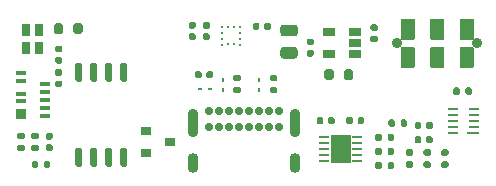
<source format=gts>
G04 #@! TF.GenerationSoftware,KiCad,Pcbnew,(5.1.9-0-10_14)*
G04 #@! TF.CreationDate,2025-05-13T11:21:21-05:00*
G04 #@! TF.ProjectId,DTYF Beta,44545946-2042-4657-9461-2e6b69636164,rev?*
G04 #@! TF.SameCoordinates,Original*
G04 #@! TF.FileFunction,Soldermask,Top*
G04 #@! TF.FilePolarity,Negative*
%FSLAX46Y46*%
G04 Gerber Fmt 4.6, Leading zero omitted, Abs format (unit mm)*
G04 Created by KiCad (PCBNEW (5.1.9-0-10_14)) date 2025-05-13 11:21:21*
%MOMM*%
%LPD*%
G01*
G04 APERTURE LIST*
%ADD10R,1.092200X0.254000*%
%ADD11R,0.965200X0.254000*%
%ADD12R,0.279400X0.254000*%
%ADD13R,0.254000X0.279400*%
%ADD14R,0.812800X0.254000*%
%ADD15R,1.752600X2.489200*%
%ADD16C,0.900000*%
%ADD17C,0.700000*%
%ADD18O,0.900000X2.400000*%
%ADD19O,0.900000X1.700000*%
%ADD20R,0.800000X1.000000*%
%ADD21R,0.812800X0.838200*%
%ADD22R,0.812800X0.355600*%
%ADD23R,0.900000X0.800000*%
%ADD24R,1.060000X0.650000*%
%ADD25R,0.360000X0.250000*%
%ADD26R,0.250000X0.360000*%
G04 APERTURE END LIST*
D10*
X160012800Y-100700001D03*
D11*
X160076300Y-100199999D03*
X160076300Y-99700000D03*
X160076300Y-99200001D03*
X160076300Y-98699999D03*
X158323700Y-98699999D03*
X158323700Y-99200001D03*
X158323700Y-99700000D03*
X158323700Y-100199999D03*
X158323700Y-100700001D03*
D12*
X140236600Y-93250189D03*
X140236600Y-92750063D03*
X140236600Y-92249937D03*
X140236600Y-91749811D03*
D13*
X139750063Y-91763400D03*
X139249937Y-91763400D03*
D12*
X138763400Y-91749811D03*
X138763400Y-92249937D03*
X138763400Y-92750063D03*
X138763400Y-93250189D03*
D13*
X139249937Y-93236600D03*
X139750063Y-93236600D03*
G36*
G01*
X149800000Y-99530000D02*
X149800000Y-99870000D01*
G75*
G02*
X149660000Y-100010000I-140000J0D01*
G01*
X149380000Y-100010000D01*
G75*
G02*
X149240000Y-99870000I0J140000D01*
G01*
X149240000Y-99530000D01*
G75*
G02*
X149380000Y-99390000I140000J0D01*
G01*
X149660000Y-99390000D01*
G75*
G02*
X149800000Y-99530000I0J-140000D01*
G01*
G37*
G36*
G01*
X150760000Y-99530000D02*
X150760000Y-99870000D01*
G75*
G02*
X150620000Y-100010000I-140000J0D01*
G01*
X150340000Y-100010000D01*
G75*
G02*
X150200000Y-99870000I0J140000D01*
G01*
X150200000Y-99530000D01*
G75*
G02*
X150340000Y-99390000I140000J0D01*
G01*
X150620000Y-99390000D01*
G75*
G02*
X150760000Y-99530000I0J-140000D01*
G01*
G37*
D14*
X147403000Y-101099999D03*
X147403000Y-101600001D03*
X147403000Y-102100000D03*
X147403000Y-102599999D03*
X147403000Y-103100001D03*
X150197000Y-103100001D03*
X150197000Y-102599999D03*
X150197000Y-102100000D03*
X150197000Y-101600001D03*
X150197000Y-101099999D03*
D15*
X148800000Y-102100000D03*
G36*
G01*
X126745000Y-96400000D02*
X126445000Y-96400000D01*
G75*
G02*
X126295000Y-96250000I0J150000D01*
G01*
X126295000Y-94950000D01*
G75*
G02*
X126445000Y-94800000I150000J0D01*
G01*
X126745000Y-94800000D01*
G75*
G02*
X126895000Y-94950000I0J-150000D01*
G01*
X126895000Y-96250000D01*
G75*
G02*
X126745000Y-96400000I-150000J0D01*
G01*
G37*
G36*
G01*
X128015000Y-96400000D02*
X127715000Y-96400000D01*
G75*
G02*
X127565000Y-96250000I0J150000D01*
G01*
X127565000Y-94950000D01*
G75*
G02*
X127715000Y-94800000I150000J0D01*
G01*
X128015000Y-94800000D01*
G75*
G02*
X128165000Y-94950000I0J-150000D01*
G01*
X128165000Y-96250000D01*
G75*
G02*
X128015000Y-96400000I-150000J0D01*
G01*
G37*
G36*
G01*
X129285000Y-96400000D02*
X128985000Y-96400000D01*
G75*
G02*
X128835000Y-96250000I0J150000D01*
G01*
X128835000Y-94950000D01*
G75*
G02*
X128985000Y-94800000I150000J0D01*
G01*
X129285000Y-94800000D01*
G75*
G02*
X129435000Y-94950000I0J-150000D01*
G01*
X129435000Y-96250000D01*
G75*
G02*
X129285000Y-96400000I-150000J0D01*
G01*
G37*
G36*
G01*
X130555000Y-96400000D02*
X130255000Y-96400000D01*
G75*
G02*
X130105000Y-96250000I0J150000D01*
G01*
X130105000Y-94950000D01*
G75*
G02*
X130255000Y-94800000I150000J0D01*
G01*
X130555000Y-94800000D01*
G75*
G02*
X130705000Y-94950000I0J-150000D01*
G01*
X130705000Y-96250000D01*
G75*
G02*
X130555000Y-96400000I-150000J0D01*
G01*
G37*
G36*
G01*
X130555000Y-103600000D02*
X130255000Y-103600000D01*
G75*
G02*
X130105000Y-103450000I0J150000D01*
G01*
X130105000Y-102150000D01*
G75*
G02*
X130255000Y-102000000I150000J0D01*
G01*
X130555000Y-102000000D01*
G75*
G02*
X130705000Y-102150000I0J-150000D01*
G01*
X130705000Y-103450000D01*
G75*
G02*
X130555000Y-103600000I-150000J0D01*
G01*
G37*
G36*
G01*
X129285000Y-103600000D02*
X128985000Y-103600000D01*
G75*
G02*
X128835000Y-103450000I0J150000D01*
G01*
X128835000Y-102150000D01*
G75*
G02*
X128985000Y-102000000I150000J0D01*
G01*
X129285000Y-102000000D01*
G75*
G02*
X129435000Y-102150000I0J-150000D01*
G01*
X129435000Y-103450000D01*
G75*
G02*
X129285000Y-103600000I-150000J0D01*
G01*
G37*
G36*
G01*
X128015000Y-103600000D02*
X127715000Y-103600000D01*
G75*
G02*
X127565000Y-103450000I0J150000D01*
G01*
X127565000Y-102150000D01*
G75*
G02*
X127715000Y-102000000I150000J0D01*
G01*
X128015000Y-102000000D01*
G75*
G02*
X128165000Y-102150000I0J-150000D01*
G01*
X128165000Y-103450000D01*
G75*
G02*
X128015000Y-103600000I-150000J0D01*
G01*
G37*
G36*
G01*
X126745000Y-103600000D02*
X126445000Y-103600000D01*
G75*
G02*
X126295000Y-103450000I0J150000D01*
G01*
X126295000Y-102150000D01*
G75*
G02*
X126445000Y-102000000I150000J0D01*
G01*
X126745000Y-102000000D01*
G75*
G02*
X126895000Y-102150000I0J-150000D01*
G01*
X126895000Y-103450000D01*
G75*
G02*
X126745000Y-103600000I-150000J0D01*
G01*
G37*
G36*
G01*
X160052000Y-93550000D02*
X160052000Y-95150000D01*
G75*
G02*
X159950000Y-95252000I-102000J0D01*
G01*
X158950000Y-95252000D01*
G75*
G02*
X158848000Y-95150000I0J102000D01*
G01*
X158848000Y-93550000D01*
G75*
G02*
X158950000Y-93448000I102000J0D01*
G01*
X159950000Y-93448000D01*
G75*
G02*
X160052000Y-93550000I0J-102000D01*
G01*
G37*
G36*
G01*
X157552000Y-93550000D02*
X157552000Y-95150000D01*
G75*
G02*
X157450000Y-95252000I-102000J0D01*
G01*
X156450000Y-95252000D01*
G75*
G02*
X156348000Y-95150000I0J102000D01*
G01*
X156348000Y-93550000D01*
G75*
G02*
X156450000Y-93448000I102000J0D01*
G01*
X157450000Y-93448000D01*
G75*
G02*
X157552000Y-93550000I0J-102000D01*
G01*
G37*
G36*
G01*
X155052000Y-93550000D02*
X155052000Y-95150000D01*
G75*
G02*
X154950000Y-95252000I-102000J0D01*
G01*
X153950000Y-95252000D01*
G75*
G02*
X153848000Y-95150000I0J102000D01*
G01*
X153848000Y-93550000D01*
G75*
G02*
X153950000Y-93448000I102000J0D01*
G01*
X154950000Y-93448000D01*
G75*
G02*
X155052000Y-93550000I0J-102000D01*
G01*
G37*
G36*
G01*
X155052000Y-91150000D02*
X155052000Y-92750000D01*
G75*
G02*
X154950000Y-92852000I-102000J0D01*
G01*
X153950000Y-92852000D01*
G75*
G02*
X153848000Y-92750000I0J102000D01*
G01*
X153848000Y-91150000D01*
G75*
G02*
X153950000Y-91048000I102000J0D01*
G01*
X154950000Y-91048000D01*
G75*
G02*
X155052000Y-91150000I0J-102000D01*
G01*
G37*
G36*
G01*
X157552000Y-91150000D02*
X157552000Y-92750000D01*
G75*
G02*
X157450000Y-92852000I-102000J0D01*
G01*
X156450000Y-92852000D01*
G75*
G02*
X156348000Y-92750000I0J102000D01*
G01*
X156348000Y-91150000D01*
G75*
G02*
X156450000Y-91048000I102000J0D01*
G01*
X157450000Y-91048000D01*
G75*
G02*
X157552000Y-91150000I0J-102000D01*
G01*
G37*
G36*
G01*
X160052000Y-91150000D02*
X160052000Y-92750000D01*
G75*
G02*
X159950000Y-92852000I-102000J0D01*
G01*
X158950000Y-92852000D01*
G75*
G02*
X158848000Y-92750000I0J102000D01*
G01*
X158848000Y-91150000D01*
G75*
G02*
X158950000Y-91048000I102000J0D01*
G01*
X159950000Y-91048000D01*
G75*
G02*
X160052000Y-91150000I0J-102000D01*
G01*
G37*
D16*
X160350000Y-93150000D03*
X153550000Y-93150000D03*
G36*
G01*
X155600000Y-101130000D02*
X155600000Y-101470000D01*
G75*
G02*
X155460000Y-101610000I-140000J0D01*
G01*
X155180000Y-101610000D01*
G75*
G02*
X155040000Y-101470000I0J140000D01*
G01*
X155040000Y-101130000D01*
G75*
G02*
X155180000Y-100990000I140000J0D01*
G01*
X155460000Y-100990000D01*
G75*
G02*
X155600000Y-101130000I0J-140000D01*
G01*
G37*
G36*
G01*
X156560000Y-101130000D02*
X156560000Y-101470000D01*
G75*
G02*
X156420000Y-101610000I-140000J0D01*
G01*
X156140000Y-101610000D01*
G75*
G02*
X156000000Y-101470000I0J140000D01*
G01*
X156000000Y-101130000D01*
G75*
G02*
X156140000Y-100990000I140000J0D01*
G01*
X156420000Y-100990000D01*
G75*
G02*
X156560000Y-101130000I0J-140000D01*
G01*
G37*
D17*
X137600000Y-98900000D03*
X138450000Y-98900000D03*
X139300000Y-98900000D03*
X140150000Y-98900000D03*
X141000000Y-98900000D03*
X141850000Y-98900000D03*
X142700000Y-98900000D03*
X143550000Y-98900000D03*
X138450000Y-100250000D03*
X140150000Y-100250000D03*
X139300000Y-100250000D03*
X137600000Y-100250000D03*
X141850000Y-100250000D03*
X142700000Y-100250000D03*
X143550000Y-100250000D03*
X141000000Y-100250000D03*
D18*
X136250000Y-99880000D03*
X144900000Y-99880000D03*
D19*
X136250000Y-103260000D03*
X144900000Y-103260000D03*
D20*
X123250000Y-92050000D03*
X123250000Y-93550000D03*
X122150000Y-93550000D03*
X122150000Y-92050000D03*
D21*
X121699999Y-99162000D03*
D22*
X121699999Y-98023000D03*
X121699999Y-97417000D03*
X121699999Y-96327000D03*
X121699999Y-95691000D03*
X123700001Y-96583000D03*
X123700001Y-97268000D03*
X123700001Y-97953000D03*
X123700001Y-98638000D03*
X123700001Y-99323000D03*
G36*
G01*
X123930000Y-100740000D02*
X124270000Y-100740000D01*
G75*
G02*
X124410000Y-100880000I0J-140000D01*
G01*
X124410000Y-101160000D01*
G75*
G02*
X124270000Y-101300000I-140000J0D01*
G01*
X123930000Y-101300000D01*
G75*
G02*
X123790000Y-101160000I0J140000D01*
G01*
X123790000Y-100880000D01*
G75*
G02*
X123930000Y-100740000I140000J0D01*
G01*
G37*
G36*
G01*
X123930000Y-101700000D02*
X124270000Y-101700000D01*
G75*
G02*
X124410000Y-101840000I0J-140000D01*
G01*
X124410000Y-102120000D01*
G75*
G02*
X124270000Y-102260000I-140000J0D01*
G01*
X123930000Y-102260000D01*
G75*
G02*
X123790000Y-102120000I0J140000D01*
G01*
X123790000Y-101840000D01*
G75*
G02*
X123930000Y-101700000I140000J0D01*
G01*
G37*
G36*
G01*
X142300000Y-91870000D02*
X142300000Y-91530000D01*
G75*
G02*
X142440000Y-91390000I140000J0D01*
G01*
X142720000Y-91390000D01*
G75*
G02*
X142860000Y-91530000I0J-140000D01*
G01*
X142860000Y-91870000D01*
G75*
G02*
X142720000Y-92010000I-140000J0D01*
G01*
X142440000Y-92010000D01*
G75*
G02*
X142300000Y-91870000I0J140000D01*
G01*
G37*
G36*
G01*
X141340000Y-91870000D02*
X141340000Y-91530000D01*
G75*
G02*
X141480000Y-91390000I140000J0D01*
G01*
X141760000Y-91390000D01*
G75*
G02*
X141900000Y-91530000I0J-140000D01*
G01*
X141900000Y-91870000D01*
G75*
G02*
X141760000Y-92010000I-140000J0D01*
G01*
X141480000Y-92010000D01*
G75*
G02*
X141340000Y-91870000I0J140000D01*
G01*
G37*
G36*
G01*
X125070000Y-96860000D02*
X124730000Y-96860000D01*
G75*
G02*
X124590000Y-96720000I0J140000D01*
G01*
X124590000Y-96440000D01*
G75*
G02*
X124730000Y-96300000I140000J0D01*
G01*
X125070000Y-96300000D01*
G75*
G02*
X125210000Y-96440000I0J-140000D01*
G01*
X125210000Y-96720000D01*
G75*
G02*
X125070000Y-96860000I-140000J0D01*
G01*
G37*
G36*
G01*
X125070000Y-95900000D02*
X124730000Y-95900000D01*
G75*
G02*
X124590000Y-95760000I0J140000D01*
G01*
X124590000Y-95480000D01*
G75*
G02*
X124730000Y-95340000I140000J0D01*
G01*
X125070000Y-95340000D01*
G75*
G02*
X125210000Y-95480000I0J-140000D01*
G01*
X125210000Y-95760000D01*
G75*
G02*
X125070000Y-95900000I-140000J0D01*
G01*
G37*
G36*
G01*
X156560000Y-99930000D02*
X156560000Y-100270000D01*
G75*
G02*
X156420000Y-100410000I-140000J0D01*
G01*
X156140000Y-100410000D01*
G75*
G02*
X156000000Y-100270000I0J140000D01*
G01*
X156000000Y-99930000D01*
G75*
G02*
X156140000Y-99790000I140000J0D01*
G01*
X156420000Y-99790000D01*
G75*
G02*
X156560000Y-99930000I0J-140000D01*
G01*
G37*
G36*
G01*
X155600000Y-99930000D02*
X155600000Y-100270000D01*
G75*
G02*
X155460000Y-100410000I-140000J0D01*
G01*
X155180000Y-100410000D01*
G75*
G02*
X155040000Y-100270000I0J140000D01*
G01*
X155040000Y-99930000D01*
G75*
G02*
X155180000Y-99790000I140000J0D01*
G01*
X155460000Y-99790000D01*
G75*
G02*
X155600000Y-99930000I0J-140000D01*
G01*
G37*
G36*
G01*
X136370000Y-92860000D02*
X136030000Y-92860000D01*
G75*
G02*
X135890000Y-92720000I0J140000D01*
G01*
X135890000Y-92440000D01*
G75*
G02*
X136030000Y-92300000I140000J0D01*
G01*
X136370000Y-92300000D01*
G75*
G02*
X136510000Y-92440000I0J-140000D01*
G01*
X136510000Y-92720000D01*
G75*
G02*
X136370000Y-92860000I-140000J0D01*
G01*
G37*
G36*
G01*
X136370000Y-91900000D02*
X136030000Y-91900000D01*
G75*
G02*
X135890000Y-91760000I0J140000D01*
G01*
X135890000Y-91480000D01*
G75*
G02*
X136030000Y-91340000I140000J0D01*
G01*
X136370000Y-91340000D01*
G75*
G02*
X136510000Y-91480000I0J-140000D01*
G01*
X136510000Y-91760000D01*
G75*
G02*
X136370000Y-91900000I-140000J0D01*
G01*
G37*
G36*
G01*
X137570000Y-91900000D02*
X137230000Y-91900000D01*
G75*
G02*
X137090000Y-91760000I0J140000D01*
G01*
X137090000Y-91480000D01*
G75*
G02*
X137230000Y-91340000I140000J0D01*
G01*
X137570000Y-91340000D01*
G75*
G02*
X137710000Y-91480000I0J-140000D01*
G01*
X137710000Y-91760000D01*
G75*
G02*
X137570000Y-91900000I-140000J0D01*
G01*
G37*
G36*
G01*
X137570000Y-92860000D02*
X137230000Y-92860000D01*
G75*
G02*
X137090000Y-92720000I0J140000D01*
G01*
X137090000Y-92440000D01*
G75*
G02*
X137230000Y-92300000I140000J0D01*
G01*
X137570000Y-92300000D01*
G75*
G02*
X137710000Y-92440000I0J-140000D01*
G01*
X137710000Y-92720000D01*
G75*
G02*
X137570000Y-92860000I-140000J0D01*
G01*
G37*
G36*
G01*
X146740000Y-99870000D02*
X146740000Y-99530000D01*
G75*
G02*
X146880000Y-99390000I140000J0D01*
G01*
X147160000Y-99390000D01*
G75*
G02*
X147300000Y-99530000I0J-140000D01*
G01*
X147300000Y-99870000D01*
G75*
G02*
X147160000Y-100010000I-140000J0D01*
G01*
X146880000Y-100010000D01*
G75*
G02*
X146740000Y-99870000I0J140000D01*
G01*
G37*
G36*
G01*
X147700000Y-99870000D02*
X147700000Y-99530000D01*
G75*
G02*
X147840000Y-99390000I140000J0D01*
G01*
X148120000Y-99390000D01*
G75*
G02*
X148260000Y-99530000I0J-140000D01*
G01*
X148260000Y-99870000D01*
G75*
G02*
X148120000Y-100010000I-140000J0D01*
G01*
X147840000Y-100010000D01*
G75*
G02*
X147700000Y-99870000I0J140000D01*
G01*
G37*
G36*
G01*
X124730000Y-94300000D02*
X125070000Y-94300000D01*
G75*
G02*
X125210000Y-94440000I0J-140000D01*
G01*
X125210000Y-94720000D01*
G75*
G02*
X125070000Y-94860000I-140000J0D01*
G01*
X124730000Y-94860000D01*
G75*
G02*
X124590000Y-94720000I0J140000D01*
G01*
X124590000Y-94440000D01*
G75*
G02*
X124730000Y-94300000I140000J0D01*
G01*
G37*
G36*
G01*
X124730000Y-93340000D02*
X125070000Y-93340000D01*
G75*
G02*
X125210000Y-93480000I0J-140000D01*
G01*
X125210000Y-93760000D01*
G75*
G02*
X125070000Y-93900000I-140000J0D01*
G01*
X124730000Y-93900000D01*
G75*
G02*
X124590000Y-93760000I0J140000D01*
G01*
X124590000Y-93480000D01*
G75*
G02*
X124730000Y-93340000I140000J0D01*
G01*
G37*
G36*
G01*
X151430000Y-92500000D02*
X151770000Y-92500000D01*
G75*
G02*
X151910000Y-92640000I0J-140000D01*
G01*
X151910000Y-92920000D01*
G75*
G02*
X151770000Y-93060000I-140000J0D01*
G01*
X151430000Y-93060000D01*
G75*
G02*
X151290000Y-92920000I0J140000D01*
G01*
X151290000Y-92640000D01*
G75*
G02*
X151430000Y-92500000I140000J0D01*
G01*
G37*
G36*
G01*
X151430000Y-91540000D02*
X151770000Y-91540000D01*
G75*
G02*
X151910000Y-91680000I0J-140000D01*
G01*
X151910000Y-91960000D01*
G75*
G02*
X151770000Y-92100000I-140000J0D01*
G01*
X151430000Y-92100000D01*
G75*
G02*
X151290000Y-91960000I0J140000D01*
G01*
X151290000Y-91680000D01*
G75*
G02*
X151430000Y-91540000I140000J0D01*
G01*
G37*
G36*
G01*
X137000000Y-95630000D02*
X137000000Y-95970000D01*
G75*
G02*
X136860000Y-96110000I-140000J0D01*
G01*
X136580000Y-96110000D01*
G75*
G02*
X136440000Y-95970000I0J140000D01*
G01*
X136440000Y-95630000D01*
G75*
G02*
X136580000Y-95490000I140000J0D01*
G01*
X136860000Y-95490000D01*
G75*
G02*
X137000000Y-95630000I0J-140000D01*
G01*
G37*
G36*
G01*
X137960000Y-95630000D02*
X137960000Y-95970000D01*
G75*
G02*
X137820000Y-96110000I-140000J0D01*
G01*
X137540000Y-96110000D01*
G75*
G02*
X137400000Y-95970000I0J140000D01*
G01*
X137400000Y-95630000D01*
G75*
G02*
X137540000Y-95490000I140000J0D01*
G01*
X137820000Y-95490000D01*
G75*
G02*
X137960000Y-95630000I0J-140000D01*
G01*
G37*
G36*
G01*
X146370000Y-94260000D02*
X146030000Y-94260000D01*
G75*
G02*
X145890000Y-94120000I0J140000D01*
G01*
X145890000Y-93840000D01*
G75*
G02*
X146030000Y-93700000I140000J0D01*
G01*
X146370000Y-93700000D01*
G75*
G02*
X146510000Y-93840000I0J-140000D01*
G01*
X146510000Y-94120000D01*
G75*
G02*
X146370000Y-94260000I-140000J0D01*
G01*
G37*
G36*
G01*
X146370000Y-93300000D02*
X146030000Y-93300000D01*
G75*
G02*
X145890000Y-93160000I0J140000D01*
G01*
X145890000Y-92880000D01*
G75*
G02*
X146030000Y-92740000I140000J0D01*
G01*
X146370000Y-92740000D01*
G75*
G02*
X146510000Y-92880000I0J-140000D01*
G01*
X146510000Y-93160000D01*
G75*
G02*
X146370000Y-93300000I-140000J0D01*
G01*
G37*
G36*
G01*
X144875000Y-94450000D02*
X143925000Y-94450000D01*
G75*
G02*
X143675000Y-94200000I0J250000D01*
G01*
X143675000Y-93700000D01*
G75*
G02*
X143925000Y-93450000I250000J0D01*
G01*
X144875000Y-93450000D01*
G75*
G02*
X145125000Y-93700000I0J-250000D01*
G01*
X145125000Y-94200000D01*
G75*
G02*
X144875000Y-94450000I-250000J0D01*
G01*
G37*
G36*
G01*
X144875000Y-92550000D02*
X143925000Y-92550000D01*
G75*
G02*
X143675000Y-92300000I0J250000D01*
G01*
X143675000Y-91800000D01*
G75*
G02*
X143925000Y-91550000I250000J0D01*
G01*
X144875000Y-91550000D01*
G75*
G02*
X145125000Y-91800000I0J-250000D01*
G01*
X145125000Y-92300000D01*
G75*
G02*
X144875000Y-92550000I-250000J0D01*
G01*
G37*
D23*
X134300000Y-101500000D03*
X132300000Y-102450000D03*
X132300000Y-100550000D03*
G36*
G01*
X125275000Y-91625000D02*
X125275000Y-92175000D01*
G75*
G02*
X125075000Y-92375000I-200000J0D01*
G01*
X124675000Y-92375000D01*
G75*
G02*
X124475000Y-92175000I0J200000D01*
G01*
X124475000Y-91625000D01*
G75*
G02*
X124675000Y-91425000I200000J0D01*
G01*
X125075000Y-91425000D01*
G75*
G02*
X125275000Y-91625000I0J-200000D01*
G01*
G37*
G36*
G01*
X126925000Y-91625000D02*
X126925000Y-92175000D01*
G75*
G02*
X126725000Y-92375000I-200000J0D01*
G01*
X126325000Y-92375000D01*
G75*
G02*
X126125000Y-92175000I0J200000D01*
G01*
X126125000Y-91625000D01*
G75*
G02*
X126325000Y-91425000I200000J0D01*
G01*
X126725000Y-91425000D01*
G75*
G02*
X126925000Y-91625000I0J-200000D01*
G01*
G37*
G36*
G01*
X159340000Y-97385000D02*
X159340000Y-97015000D01*
G75*
G02*
X159475000Y-96880000I135000J0D01*
G01*
X159745000Y-96880000D01*
G75*
G02*
X159880000Y-97015000I0J-135000D01*
G01*
X159880000Y-97385000D01*
G75*
G02*
X159745000Y-97520000I-135000J0D01*
G01*
X159475000Y-97520000D01*
G75*
G02*
X159340000Y-97385000I0J135000D01*
G01*
G37*
G36*
G01*
X158320000Y-97385000D02*
X158320000Y-97015000D01*
G75*
G02*
X158455000Y-96880000I135000J0D01*
G01*
X158725000Y-96880000D01*
G75*
G02*
X158860000Y-97015000I0J-135000D01*
G01*
X158860000Y-97385000D01*
G75*
G02*
X158725000Y-97520000I-135000J0D01*
G01*
X158455000Y-97520000D01*
G75*
G02*
X158320000Y-97385000I0J135000D01*
G01*
G37*
G36*
G01*
X153360000Y-99715000D02*
X153360000Y-100085000D01*
G75*
G02*
X153225000Y-100220000I-135000J0D01*
G01*
X152955000Y-100220000D01*
G75*
G02*
X152820000Y-100085000I0J135000D01*
G01*
X152820000Y-99715000D01*
G75*
G02*
X152955000Y-99580000I135000J0D01*
G01*
X153225000Y-99580000D01*
G75*
G02*
X153360000Y-99715000I0J-135000D01*
G01*
G37*
G36*
G01*
X154380000Y-99715000D02*
X154380000Y-100085000D01*
G75*
G02*
X154245000Y-100220000I-135000J0D01*
G01*
X153975000Y-100220000D01*
G75*
G02*
X153840000Y-100085000I0J135000D01*
G01*
X153840000Y-99715000D01*
G75*
G02*
X153975000Y-99580000I135000J0D01*
G01*
X154245000Y-99580000D01*
G75*
G02*
X154380000Y-99715000I0J-135000D01*
G01*
G37*
G36*
G01*
X157785000Y-102660000D02*
X157415000Y-102660000D01*
G75*
G02*
X157280000Y-102525000I0J135000D01*
G01*
X157280000Y-102255000D01*
G75*
G02*
X157415000Y-102120000I135000J0D01*
G01*
X157785000Y-102120000D01*
G75*
G02*
X157920000Y-102255000I0J-135000D01*
G01*
X157920000Y-102525000D01*
G75*
G02*
X157785000Y-102660000I-135000J0D01*
G01*
G37*
G36*
G01*
X157785000Y-103680000D02*
X157415000Y-103680000D01*
G75*
G02*
X157280000Y-103545000I0J135000D01*
G01*
X157280000Y-103275000D01*
G75*
G02*
X157415000Y-103140000I135000J0D01*
G01*
X157785000Y-103140000D01*
G75*
G02*
X157920000Y-103275000I0J-135000D01*
G01*
X157920000Y-103545000D01*
G75*
G02*
X157785000Y-103680000I-135000J0D01*
G01*
G37*
G36*
G01*
X154415000Y-102120000D02*
X154785000Y-102120000D01*
G75*
G02*
X154920000Y-102255000I0J-135000D01*
G01*
X154920000Y-102525000D01*
G75*
G02*
X154785000Y-102660000I-135000J0D01*
G01*
X154415000Y-102660000D01*
G75*
G02*
X154280000Y-102525000I0J135000D01*
G01*
X154280000Y-102255000D01*
G75*
G02*
X154415000Y-102120000I135000J0D01*
G01*
G37*
G36*
G01*
X154415000Y-103140000D02*
X154785000Y-103140000D01*
G75*
G02*
X154920000Y-103275000I0J-135000D01*
G01*
X154920000Y-103545000D01*
G75*
G02*
X154785000Y-103680000I-135000J0D01*
G01*
X154415000Y-103680000D01*
G75*
G02*
X154280000Y-103545000I0J135000D01*
G01*
X154280000Y-103275000D01*
G75*
G02*
X154415000Y-103140000I135000J0D01*
G01*
G37*
G36*
G01*
X152740000Y-101285000D02*
X152740000Y-100915000D01*
G75*
G02*
X152875000Y-100780000I135000J0D01*
G01*
X153145000Y-100780000D01*
G75*
G02*
X153280000Y-100915000I0J-135000D01*
G01*
X153280000Y-101285000D01*
G75*
G02*
X153145000Y-101420000I-135000J0D01*
G01*
X152875000Y-101420000D01*
G75*
G02*
X152740000Y-101285000I0J135000D01*
G01*
G37*
G36*
G01*
X151720000Y-101285000D02*
X151720000Y-100915000D01*
G75*
G02*
X151855000Y-100780000I135000J0D01*
G01*
X152125000Y-100780000D01*
G75*
G02*
X152260000Y-100915000I0J-135000D01*
G01*
X152260000Y-101285000D01*
G75*
G02*
X152125000Y-101420000I-135000J0D01*
G01*
X151855000Y-101420000D01*
G75*
G02*
X151720000Y-101285000I0J135000D01*
G01*
G37*
G36*
G01*
X124180000Y-103215000D02*
X124180000Y-103585000D01*
G75*
G02*
X124045000Y-103720000I-135000J0D01*
G01*
X123775000Y-103720000D01*
G75*
G02*
X123640000Y-103585000I0J135000D01*
G01*
X123640000Y-103215000D01*
G75*
G02*
X123775000Y-103080000I135000J0D01*
G01*
X124045000Y-103080000D01*
G75*
G02*
X124180000Y-103215000I0J-135000D01*
G01*
G37*
G36*
G01*
X123160000Y-103215000D02*
X123160000Y-103585000D01*
G75*
G02*
X123025000Y-103720000I-135000J0D01*
G01*
X122755000Y-103720000D01*
G75*
G02*
X122620000Y-103585000I0J135000D01*
G01*
X122620000Y-103215000D01*
G75*
G02*
X122755000Y-103080000I135000J0D01*
G01*
X123025000Y-103080000D01*
G75*
G02*
X123160000Y-103215000I0J-135000D01*
G01*
G37*
G36*
G01*
X147375000Y-96075000D02*
X147375000Y-95525000D01*
G75*
G02*
X147575000Y-95325000I200000J0D01*
G01*
X147975000Y-95325000D01*
G75*
G02*
X148175000Y-95525000I0J-200000D01*
G01*
X148175000Y-96075000D01*
G75*
G02*
X147975000Y-96275000I-200000J0D01*
G01*
X147575000Y-96275000D01*
G75*
G02*
X147375000Y-96075000I0J200000D01*
G01*
G37*
G36*
G01*
X149025000Y-96075000D02*
X149025000Y-95525000D01*
G75*
G02*
X149225000Y-95325000I200000J0D01*
G01*
X149625000Y-95325000D01*
G75*
G02*
X149825000Y-95525000I0J-200000D01*
G01*
X149825000Y-96075000D01*
G75*
G02*
X149625000Y-96275000I-200000J0D01*
G01*
X149225000Y-96275000D01*
G75*
G02*
X149025000Y-96075000I0J200000D01*
G01*
G37*
G36*
G01*
X121515000Y-101740000D02*
X121885000Y-101740000D01*
G75*
G02*
X122020000Y-101875000I0J-135000D01*
G01*
X122020000Y-102145000D01*
G75*
G02*
X121885000Y-102280000I-135000J0D01*
G01*
X121515000Y-102280000D01*
G75*
G02*
X121380000Y-102145000I0J135000D01*
G01*
X121380000Y-101875000D01*
G75*
G02*
X121515000Y-101740000I135000J0D01*
G01*
G37*
G36*
G01*
X121515000Y-100720000D02*
X121885000Y-100720000D01*
G75*
G02*
X122020000Y-100855000I0J-135000D01*
G01*
X122020000Y-101125000D01*
G75*
G02*
X121885000Y-101260000I-135000J0D01*
G01*
X121515000Y-101260000D01*
G75*
G02*
X121380000Y-101125000I0J135000D01*
G01*
X121380000Y-100855000D01*
G75*
G02*
X121515000Y-100720000I135000J0D01*
G01*
G37*
G36*
G01*
X122715000Y-100720000D02*
X123085000Y-100720000D01*
G75*
G02*
X123220000Y-100855000I0J-135000D01*
G01*
X123220000Y-101125000D01*
G75*
G02*
X123085000Y-101260000I-135000J0D01*
G01*
X122715000Y-101260000D01*
G75*
G02*
X122580000Y-101125000I0J135000D01*
G01*
X122580000Y-100855000D01*
G75*
G02*
X122715000Y-100720000I135000J0D01*
G01*
G37*
G36*
G01*
X122715000Y-101740000D02*
X123085000Y-101740000D01*
G75*
G02*
X123220000Y-101875000I0J-135000D01*
G01*
X123220000Y-102145000D01*
G75*
G02*
X123085000Y-102280000I-135000J0D01*
G01*
X122715000Y-102280000D01*
G75*
G02*
X122580000Y-102145000I0J135000D01*
G01*
X122580000Y-101875000D01*
G75*
G02*
X122715000Y-101740000I135000J0D01*
G01*
G37*
G36*
G01*
X152740000Y-103685000D02*
X152740000Y-103315000D01*
G75*
G02*
X152875000Y-103180000I135000J0D01*
G01*
X153145000Y-103180000D01*
G75*
G02*
X153280000Y-103315000I0J-135000D01*
G01*
X153280000Y-103685000D01*
G75*
G02*
X153145000Y-103820000I-135000J0D01*
G01*
X152875000Y-103820000D01*
G75*
G02*
X152740000Y-103685000I0J135000D01*
G01*
G37*
G36*
G01*
X151720000Y-103685000D02*
X151720000Y-103315000D01*
G75*
G02*
X151855000Y-103180000I135000J0D01*
G01*
X152125000Y-103180000D01*
G75*
G02*
X152260000Y-103315000I0J-135000D01*
G01*
X152260000Y-103685000D01*
G75*
G02*
X152125000Y-103820000I-135000J0D01*
G01*
X151855000Y-103820000D01*
G75*
G02*
X151720000Y-103685000I0J135000D01*
G01*
G37*
G36*
G01*
X153280000Y-102115000D02*
X153280000Y-102485000D01*
G75*
G02*
X153145000Y-102620000I-135000J0D01*
G01*
X152875000Y-102620000D01*
G75*
G02*
X152740000Y-102485000I0J135000D01*
G01*
X152740000Y-102115000D01*
G75*
G02*
X152875000Y-101980000I135000J0D01*
G01*
X153145000Y-101980000D01*
G75*
G02*
X153280000Y-102115000I0J-135000D01*
G01*
G37*
G36*
G01*
X152260000Y-102115000D02*
X152260000Y-102485000D01*
G75*
G02*
X152125000Y-102620000I-135000J0D01*
G01*
X151855000Y-102620000D01*
G75*
G02*
X151720000Y-102485000I0J135000D01*
G01*
X151720000Y-102115000D01*
G75*
G02*
X151855000Y-101980000I135000J0D01*
G01*
X152125000Y-101980000D01*
G75*
G02*
X152260000Y-102115000I0J-135000D01*
G01*
G37*
G36*
G01*
X140185000Y-96350000D02*
X139815000Y-96350000D01*
G75*
G02*
X139680000Y-96215000I0J135000D01*
G01*
X139680000Y-95945000D01*
G75*
G02*
X139815000Y-95810000I135000J0D01*
G01*
X140185000Y-95810000D01*
G75*
G02*
X140320000Y-95945000I0J-135000D01*
G01*
X140320000Y-96215000D01*
G75*
G02*
X140185000Y-96350000I-135000J0D01*
G01*
G37*
G36*
G01*
X140185000Y-97370000D02*
X139815000Y-97370000D01*
G75*
G02*
X139680000Y-97235000I0J135000D01*
G01*
X139680000Y-96965000D01*
G75*
G02*
X139815000Y-96830000I135000J0D01*
G01*
X140185000Y-96830000D01*
G75*
G02*
X140320000Y-96965000I0J-135000D01*
G01*
X140320000Y-97235000D01*
G75*
G02*
X140185000Y-97370000I-135000J0D01*
G01*
G37*
G36*
G01*
X143285000Y-97380000D02*
X142915000Y-97380000D01*
G75*
G02*
X142780000Y-97245000I0J135000D01*
G01*
X142780000Y-96975000D01*
G75*
G02*
X142915000Y-96840000I135000J0D01*
G01*
X143285000Y-96840000D01*
G75*
G02*
X143420000Y-96975000I0J-135000D01*
G01*
X143420000Y-97245000D01*
G75*
G02*
X143285000Y-97380000I-135000J0D01*
G01*
G37*
G36*
G01*
X143285000Y-96360000D02*
X142915000Y-96360000D01*
G75*
G02*
X142780000Y-96225000I0J135000D01*
G01*
X142780000Y-95955000D01*
G75*
G02*
X142915000Y-95820000I135000J0D01*
G01*
X143285000Y-95820000D01*
G75*
G02*
X143420000Y-95955000I0J-135000D01*
G01*
X143420000Y-96225000D01*
G75*
G02*
X143285000Y-96360000I-135000J0D01*
G01*
G37*
G36*
G01*
X155915000Y-102120000D02*
X156285000Y-102120000D01*
G75*
G02*
X156420000Y-102255000I0J-135000D01*
G01*
X156420000Y-102525000D01*
G75*
G02*
X156285000Y-102660000I-135000J0D01*
G01*
X155915000Y-102660000D01*
G75*
G02*
X155780000Y-102525000I0J135000D01*
G01*
X155780000Y-102255000D01*
G75*
G02*
X155915000Y-102120000I135000J0D01*
G01*
G37*
G36*
G01*
X155915000Y-103140000D02*
X156285000Y-103140000D01*
G75*
G02*
X156420000Y-103275000I0J-135000D01*
G01*
X156420000Y-103545000D01*
G75*
G02*
X156285000Y-103680000I-135000J0D01*
G01*
X155915000Y-103680000D01*
G75*
G02*
X155780000Y-103545000I0J135000D01*
G01*
X155780000Y-103275000D01*
G75*
G02*
X155915000Y-103140000I135000J0D01*
G01*
G37*
D24*
X150000000Y-94050000D03*
X150000000Y-93100000D03*
X150000000Y-92150000D03*
X147800000Y-92150000D03*
X147800000Y-94050000D03*
D25*
X136880000Y-97000000D03*
X137720000Y-97000000D03*
D26*
X141900000Y-97120000D03*
X141900000Y-96280000D03*
X138800000Y-97120000D03*
X138800000Y-96280000D03*
M02*

</source>
